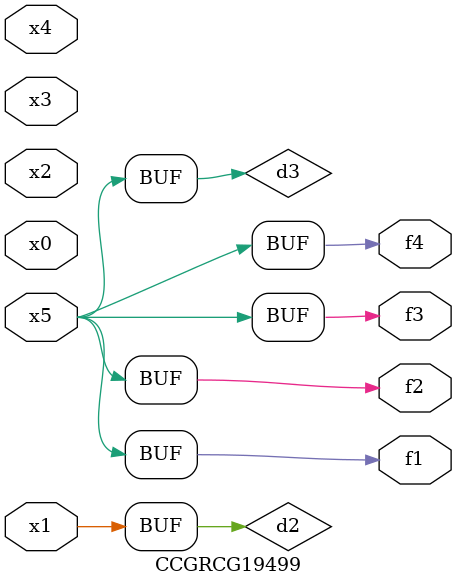
<source format=v>
module CCGRCG19499(
	input x0, x1, x2, x3, x4, x5,
	output f1, f2, f3, f4
);

	wire d1, d2, d3;

	not (d1, x5);
	or (d2, x1);
	xnor (d3, d1);
	assign f1 = d3;
	assign f2 = d3;
	assign f3 = d3;
	assign f4 = d3;
endmodule

</source>
